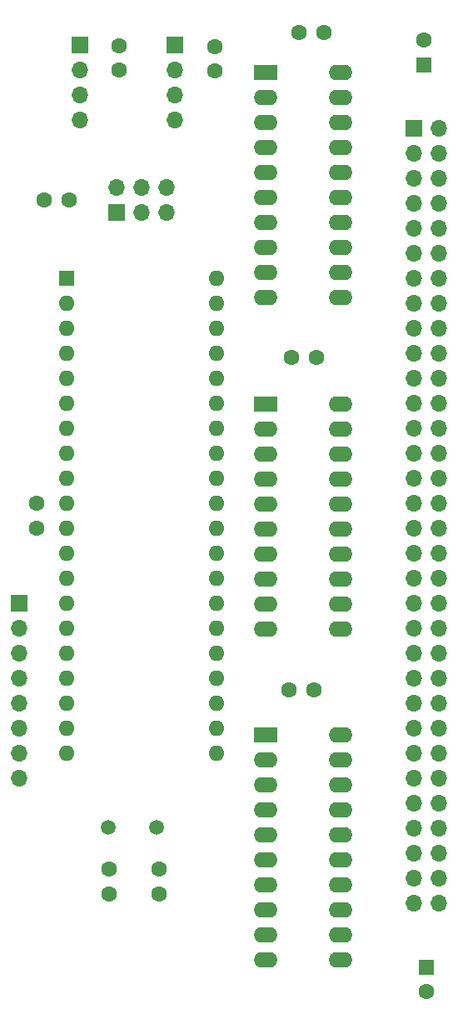
<source format=gbr>
%TF.GenerationSoftware,KiCad,Pcbnew,(6.0.2)*%
%TF.CreationDate,2022-09-22T22:37:32-07:00*%
%TF.ProjectId,Rosco I2C,526f7363-6f20-4493-9243-2e6b69636164,rev?*%
%TF.SameCoordinates,Original*%
%TF.FileFunction,Soldermask,Top*%
%TF.FilePolarity,Negative*%
%FSLAX46Y46*%
G04 Gerber Fmt 4.6, Leading zero omitted, Abs format (unit mm)*
G04 Created by KiCad (PCBNEW (6.0.2)) date 2022-09-22 22:37:32*
%MOMM*%
%LPD*%
G01*
G04 APERTURE LIST*
%ADD10C,1.600000*%
%ADD11R,1.700000X1.700000*%
%ADD12O,1.700000X1.700000*%
%ADD13R,1.600000X1.600000*%
%ADD14R,2.400000X1.600000*%
%ADD15O,2.400000X1.600000*%
%ADD16O,1.600000X1.600000*%
%ADD17C,1.500000*%
G04 APERTURE END LIST*
D10*
%TO.C,C2*%
X177058000Y-38100000D03*
X179558000Y-38100000D03*
%TD*%
D11*
%TO.C,J4*%
X184419000Y-39375000D03*
D12*
X184419000Y-36835000D03*
X186959000Y-39375000D03*
X186959000Y-36835000D03*
X189499000Y-39375000D03*
X189499000Y-36835000D03*
%TD*%
D10*
%TO.C,C3*%
X201950000Y-87884000D03*
X204450000Y-87884000D03*
%TD*%
D13*
%TO.C,C12*%
X215646000Y-24384000D03*
D10*
X215646000Y-21884000D03*
%TD*%
D13*
%TO.C,C11*%
X215900000Y-116078000D03*
D10*
X215900000Y-118578000D03*
%TD*%
%TO.C,C5*%
X202966000Y-21082000D03*
X205466000Y-21082000D03*
%TD*%
D14*
%TO.C,U2*%
X199560000Y-92515000D03*
D15*
X199560000Y-95055000D03*
X199560000Y-97595000D03*
X199560000Y-100135000D03*
X199560000Y-102675000D03*
X199560000Y-105215000D03*
X199560000Y-107755000D03*
X199560000Y-110295000D03*
X199560000Y-112835000D03*
X199560000Y-115375000D03*
X207180000Y-115375000D03*
X207180000Y-112835000D03*
X207180000Y-110295000D03*
X207180000Y-107755000D03*
X207180000Y-105215000D03*
X207180000Y-102675000D03*
X207180000Y-100135000D03*
X207180000Y-97595000D03*
X207180000Y-95055000D03*
X207180000Y-92515000D03*
%TD*%
D11*
%TO.C,J3*%
X190350000Y-22400000D03*
D12*
X190350000Y-24940000D03*
X190350000Y-27480000D03*
X190350000Y-30020000D03*
%TD*%
D10*
%TO.C,C9*%
X184700000Y-22450000D03*
X184700000Y-24950000D03*
%TD*%
%TO.C,C4*%
X202204000Y-54102000D03*
X204704000Y-54102000D03*
%TD*%
D13*
%TO.C,U1*%
X179375000Y-46075000D03*
D16*
X179375000Y-48615000D03*
X179375000Y-51155000D03*
X179375000Y-53695000D03*
X179375000Y-56235000D03*
X179375000Y-58775000D03*
X179375000Y-61315000D03*
X179375000Y-63855000D03*
X179375000Y-66395000D03*
X179375000Y-68935000D03*
X179375000Y-71475000D03*
X179375000Y-74015000D03*
X179375000Y-76555000D03*
X179375000Y-79095000D03*
X179375000Y-81635000D03*
X179375000Y-84175000D03*
X179375000Y-86715000D03*
X179375000Y-89255000D03*
X179375000Y-91795000D03*
X179375000Y-94335000D03*
X194615000Y-94335000D03*
X194615000Y-91795000D03*
X194615000Y-89255000D03*
X194615000Y-86715000D03*
X194615000Y-84175000D03*
X194615000Y-81635000D03*
X194615000Y-79095000D03*
X194615000Y-76555000D03*
X194615000Y-74015000D03*
X194615000Y-71475000D03*
X194615000Y-68935000D03*
X194615000Y-66395000D03*
X194615000Y-63855000D03*
X194615000Y-61315000D03*
X194615000Y-58775000D03*
X194615000Y-56235000D03*
X194615000Y-53695000D03*
X194615000Y-51155000D03*
X194615000Y-48615000D03*
X194615000Y-46075000D03*
%TD*%
D10*
%TO.C,C8*%
X194450000Y-22500000D03*
X194450000Y-25000000D03*
%TD*%
D14*
%TO.C,U4*%
X199550000Y-25200000D03*
D15*
X199550000Y-27740000D03*
X199550000Y-30280000D03*
X199550000Y-32820000D03*
X199550000Y-35360000D03*
X199550000Y-37900000D03*
X199550000Y-40440000D03*
X199550000Y-42980000D03*
X199550000Y-45520000D03*
X199550000Y-48060000D03*
X207170000Y-48060000D03*
X207170000Y-45520000D03*
X207170000Y-42980000D03*
X207170000Y-40440000D03*
X207170000Y-37900000D03*
X207170000Y-35360000D03*
X207170000Y-32820000D03*
X207170000Y-30280000D03*
X207170000Y-27740000D03*
X207170000Y-25200000D03*
%TD*%
D10*
%TO.C,C1*%
X188740000Y-108642000D03*
X188740000Y-106142000D03*
%TD*%
D11*
%TO.C,J1*%
X180700000Y-22400000D03*
D12*
X180700000Y-24940000D03*
X180700000Y-27480000D03*
X180700000Y-30020000D03*
%TD*%
D14*
%TO.C,U3*%
X199550000Y-58857500D03*
D15*
X199550000Y-61397500D03*
X199550000Y-63937500D03*
X199550000Y-66477500D03*
X199550000Y-69017500D03*
X199550000Y-71557500D03*
X199550000Y-74097500D03*
X199550000Y-76637500D03*
X199550000Y-79177500D03*
X199550000Y-81717500D03*
X207170000Y-81717500D03*
X207170000Y-79177500D03*
X207170000Y-76637500D03*
X207170000Y-74097500D03*
X207170000Y-71557500D03*
X207170000Y-69017500D03*
X207170000Y-66477500D03*
X207170000Y-63937500D03*
X207170000Y-61397500D03*
X207170000Y-58857500D03*
%TD*%
D10*
%TO.C,C6*%
X183660000Y-108642000D03*
X183660000Y-106142000D03*
%TD*%
%TO.C,C7*%
X176300000Y-68950000D03*
X176300000Y-71450000D03*
%TD*%
D11*
%TO.C,J2*%
X214662000Y-30866000D03*
D12*
X217202000Y-30866000D03*
X214662000Y-33406000D03*
X217202000Y-33406000D03*
X214662000Y-35946000D03*
X217202000Y-35946000D03*
X214662000Y-38486000D03*
X217202000Y-38486000D03*
X214662000Y-41026000D03*
X217202000Y-41026000D03*
X214662000Y-43566000D03*
X217202000Y-43566000D03*
X214662000Y-46106000D03*
X217202000Y-46106000D03*
X214662000Y-48646000D03*
X217202000Y-48646000D03*
X214662000Y-51186000D03*
X217202000Y-51186000D03*
X214662000Y-53726000D03*
X217202000Y-53726000D03*
X214662000Y-56266000D03*
X217202000Y-56266000D03*
X214662000Y-58806000D03*
X217202000Y-58806000D03*
X214662000Y-61346000D03*
X217202000Y-61346000D03*
X214662000Y-63886000D03*
X217202000Y-63886000D03*
X214662000Y-66426000D03*
X217202000Y-66426000D03*
X214662000Y-68966000D03*
X217202000Y-68966000D03*
X214662000Y-71506000D03*
X217202000Y-71506000D03*
X214662000Y-74046000D03*
X217202000Y-74046000D03*
X214662000Y-76586000D03*
X217202000Y-76586000D03*
X214662000Y-79126000D03*
X217202000Y-79126000D03*
X214662000Y-81666000D03*
X217202000Y-81666000D03*
X214662000Y-84206000D03*
X217202000Y-84206000D03*
X214662000Y-86746000D03*
X217202000Y-86746000D03*
X214662000Y-89286000D03*
X217202000Y-89286000D03*
X214662000Y-91826000D03*
X217202000Y-91826000D03*
X214662000Y-94366000D03*
X217202000Y-94366000D03*
X214662000Y-96906000D03*
X217202000Y-96906000D03*
X214662000Y-99446000D03*
X217202000Y-99446000D03*
X214662000Y-101986000D03*
X217202000Y-101986000D03*
X214662000Y-104526000D03*
X217202000Y-104526000D03*
X214662000Y-107066000D03*
X217202000Y-107066000D03*
X214662000Y-109606000D03*
X217202000Y-109606000D03*
%TD*%
D11*
%TO.C,J5*%
X174525000Y-79125000D03*
D12*
X174525000Y-81665000D03*
X174525000Y-84205000D03*
X174525000Y-86745000D03*
X174525000Y-89285000D03*
X174525000Y-91825000D03*
X174525000Y-94365000D03*
X174525000Y-96905000D03*
%TD*%
D17*
%TO.C,Y1*%
X183600000Y-101850000D03*
X188480000Y-101850000D03*
%TD*%
M02*

</source>
